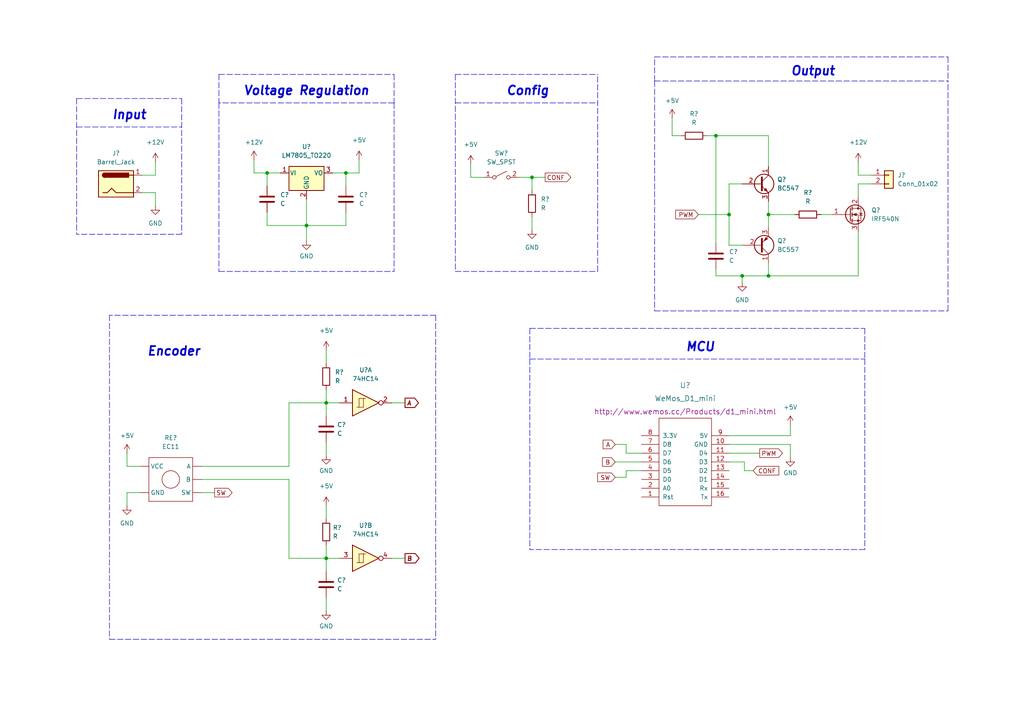
<source format=kicad_sch>
(kicad_sch (version 20211123) (generator eeschema)
  (paper "A4")
  (lib_symbols
    (symbol "74xx:74HC14" (pin_names (offset 1.016))
      (property "Reference" "U" (at 0 1.27 0))
      (property "Value" "74HC14" (at 0 -1.27 0))
      (symbol "74HC14_1_0"
        (polyline (pts (xy -3.81 3.81) (xy -3.81 -3.81) (xy 3.81 0) (xy -3.81 3.81)) (stroke (width 0.254)) (fill (type background)))
        (pin input line (at -7.62 0 0) (length 3.81) (name "~") (number "1"))
        (pin output inverted (at 7.62 0 180) (length 3.81) (name "~") (number "2"))
      )
      (symbol "74HC14_1_1"
        (polyline (pts (xy -1.905 -1.27) (xy -1.905 1.27) (xy -0.635 1.27)))
        (polyline (pts (xy -2.54 -1.27) (xy -0.635 -1.27) (xy -0.635 1.27) (xy 0 1.27)))
      )
      (symbol "74HC14_2_0"
        (polyline (pts (xy -3.81 3.81) (xy -3.81 -3.81) (xy 3.81 0) (xy -3.81 3.81)) (stroke (width 0.254)) (fill (type background)))
        (pin input line (at -7.62 0 0) (length 3.81) (name "~") (number "3"))
        (pin output inverted (at 7.62 0 180) (length 3.81) (name "~") (number "4"))
      )
      (symbol "74HC14_2_1"
        (polyline (pts (xy -1.905 -1.27) (xy -1.905 1.27) (xy -0.635 1.27)))
        (polyline (pts (xy -2.54 -1.27) (xy -0.635 -1.27) (xy -0.635 1.27) (xy 0 1.27)))
      )
      (symbol "74HC14_3_0"
        (polyline (pts (xy -3.81 3.81) (xy -3.81 -3.81) (xy 3.81 0) (xy -3.81 3.81)) (stroke (width 0.254)) (fill (type background)))
        (pin input line (at -7.62 0 0) (length 3.81) (name "~") (number "5"))
        (pin output inverted (at 7.62 0 180) (length 3.81) (name "~") (number "6"))
      )
      (symbol "74HC14_3_1"
        (polyline (pts (xy -1.905 -1.27) (xy -1.905 1.27) (xy -0.635 1.27)))
        (polyline (pts (xy -2.54 -1.27) (xy -0.635 -1.27) (xy -0.635 1.27) (xy 0 1.27)))
      )
      (symbol "74HC14_4_0"
        (polyline (pts (xy -3.81 3.81) (xy -3.81 -3.81) (xy 3.81 0) (xy -3.81 3.81)) (stroke (width 0.254)) (fill (type background)))
        (pin output inverted (at 7.62 0 180) (length 3.81) (name "~") (number "8"))
        (pin input line (at -7.62 0 0) (length 3.81) (name "~") (number "9"))
      )
      (symbol "74HC14_4_1"
        (polyline (pts (xy -1.905 -1.27) (xy -1.905 1.27) (xy -0.635 1.27)))
        (polyline (pts (xy -2.54 -1.27) (xy -0.635 -1.27) (xy -0.635 1.27) (xy 0 1.27)))
      )
      (symbol "74HC14_5_0"
        (polyline (pts (xy -3.81 3.81) (xy -3.81 -3.81) (xy 3.81 0) (xy -3.81 3.81)) (stroke (width 0.254)) (fill (type background)))
        (pin output inverted (at 7.62 0 180) (length 3.81) (name "~") (number "10"))
        (pin input line (at -7.62 0 0) (length 3.81) (name "~") (number "11"))
      )
      (symbol "74HC14_5_1"
        (polyline (pts (xy -1.905 -1.27) (xy -1.905 1.27) (xy -0.635 1.27)))
        (polyline (pts (xy -2.54 -1.27) (xy -0.635 -1.27) (xy -0.635 1.27) (xy 0 1.27)))
      )
      (symbol "74HC14_6_0"
        (polyline (pts (xy -3.81 3.81) (xy -3.81 -3.81) (xy 3.81 0) (xy -3.81 3.81)) (stroke (width 0.254)) (fill (type background)))
        (pin output inverted (at 7.62 0 180) (length 3.81) (name "~") (number "12"))
        (pin input line (at -7.62 0 0) (length 3.81) (name "~") (number "13"))
      )
      (symbol "74HC14_6_1"
        (polyline (pts (xy -1.905 -1.27) (xy -1.905 1.27) (xy -0.635 1.27)))
        (polyline (pts (xy -2.54 -1.27) (xy -0.635 -1.27) (xy -0.635 1.27) (xy 0 1.27)))
      )
      (symbol "74HC14_7_0"
        (pin power_in line (at 0 12.7 270) (length 5.08) (name "VCC") (number "14"))
        (pin power_in line (at 0 -12.7 90) (length 5.08) (name "GND") (number "7"))
      )
      (symbol "74HC14_7_1"
        (rectangle (start -5.08 7.62) (end 5.08 -7.62) (stroke (width 0.254)) (fill (type background)))
      )
    )
    (symbol "Connector:Barrel_Jack" (pin_names (offset 1.016))
      (property "Reference" "J" (at 0 5.334 0))
      (property "Value" "Barrel_Jack" (at 0 -5.08 0))
      (symbol "Barrel_Jack_0_1"
        (rectangle (start -5.08 3.81) (end 5.08 -3.81) (stroke (width 0.254)) (fill (type background)))
        (arc (start -3.302 3.175) (mid -3.937 2.54) (end -3.302 1.905) (stroke (width 0.254)))
        (arc (start -3.302 3.175) (mid -3.937 2.54) (end -3.302 1.905) (stroke (width 0.254)) (fill (type outline)))
        (polyline (pts (xy 5.08 2.54) (xy 3.81 2.54)) (stroke (width 0.254)))
        (polyline (pts (xy -3.81 -2.54) (xy -2.54 -2.54) (xy -1.27 -1.27) (xy 0 -2.54) (xy 2.54 -2.54) (xy 5.08 -2.54)) (stroke (width 0.254)))
        (rectangle (start 3.683 3.175) (end -3.302 1.905) (stroke (width 0.254)) (fill (type outline)))
      )
      (symbol "Barrel_Jack_1_1"
        (pin passive line (at 7.62 2.54 180) (length 2.54) (name "~") (number "1"))
        (pin passive line (at 7.62 -2.54 180) (length 2.54) (name "~") (number "2"))
      )
    )
    (symbol "Connector_Generic:Conn_01x02" (pin_names (offset 1.016) hide)
      (property "Reference" "J" (at 0 2.54 0))
      (property "Value" "Conn_01x02" (at 0 -5.08 0))
      (symbol "Conn_01x02_1_1"
        (rectangle (start -1.27 -2.413) (end 0 -2.667) (stroke (width 0.1524)))
        (rectangle (start -1.27 0.127) (end 0 -0.127) (stroke (width 0.1524)))
        (rectangle (start -1.27 1.27) (end 1.27 -3.81) (stroke (width 0.254)) (fill (type background)))
        (pin passive line (at -5.08 0 0) (length 3.81) (name "Pin_1") (number "1"))
        (pin passive line (at -5.08 -2.54 0) (length 3.81) (name "Pin_2") (number "2"))
      )
    )
    (symbol "Creadas:EC11"
      (property "Reference" "RE" (at 0 -7.62 0))
      (property "Value" "EC11" (at 0 7.62 0))
      (symbol "EC11_0_1"
        (polyline (pts (xy -6.35 6.35) (xy -6.35 -6.35) (xy 6.35 -6.35) (xy 6.35 6.35) (xy -6.35 6.35)))
        (circle (center 0 0) (radius 2.54))
      )
      (symbol "EC11_1_1"
        (pin output line (at 8.89 3.81 180) (length 2.54) (name "A") (number ""))
        (pin output line (at 8.89 0 180) (length 2.54) (name "B") (number ""))
        (pin input line (at -8.89 -3.81 0) (length 2.54) (name "GND") (number ""))
        (pin output line (at 8.89 -3.81 180) (length 2.54) (name "SW") (number ""))
        (pin input line (at -8.89 3.81 0) (length 2.54) (name "VCC") (number ""))
      )
    )
    (symbol "Creadas:WeMos_D1_mini" (pin_names (offset 1.016))
      (property "Reference" "U" (at 0 12.7 0))
      (property "Value" "WeMos_D1_mini" (at 0 -12.7 0))
      (property "Datasheet" "http://www.wemos.cc/Products/d1_mini.html" (at 13.97 -17.78 0))
      (symbol "WeMos_D1_mini_0_1"
        (rectangle (start -7.62 11.43) (end 7.62 -13.97))
      )
      (symbol "WeMos_D1_mini_1_1"
        (pin bidirectional line (at -12.7 8.89 0) (length 5.08) (name "Rst") (number "1"))
        (pin power_in line (at 12.7 -6.35 180) (length 5.08) (name "GND") (number "10"))
        (pin bidirectional line (at 12.7 -3.81 180) (length 5.08) (name "D4") (number "11"))
        (pin bidirectional line (at 12.7 -1.27 180) (length 5.08) (name "D3") (number "12"))
        (pin bidirectional line (at 12.7 1.27 180) (length 5.08) (name "D2") (number "13"))
        (pin bidirectional line (at 12.7 3.81 180) (length 5.08) (name "D1") (number "14"))
        (pin bidirectional line (at 12.7 6.35 180) (length 5.08) (name "Rx") (number "15"))
        (pin bidirectional line (at 12.7 8.89 180) (length 5.08) (name "Tx") (number "16"))
        (pin bidirectional line (at -12.7 6.35 0) (length 5.08) (name "A0") (number "2"))
        (pin bidirectional line (at -12.7 3.81 0) (length 5.08) (name "D0") (number "3"))
        (pin bidirectional line (at -12.7 1.27 0) (length 5.08) (name "D5") (number "4"))
        (pin bidirectional line (at -12.7 -1.27 0) (length 5.08) (name "D6") (number "5"))
        (pin bidirectional line (at -12.7 -3.81 0) (length 5.08) (name "D7") (number "6"))
        (pin bidirectional line (at -12.7 -6.35 0) (length 5.08) (name "D8") (number "7"))
        (pin power_out line (at -12.7 -8.89 0) (length 5.08) (name "3.3V") (number "8"))
        (pin power_in line (at 12.7 -8.89 180) (length 5.08) (name "5V") (number "9"))
      )
    )
    (symbol "Device:C" (pin_numbers hide) (pin_names (offset 0.254))
      (property "Reference" "C" (at 0.635 2.54 0))
      (property "Value" "C" (at 0.635 -2.54 0))
      (symbol "C_0_1"
        (polyline (pts (xy -2.032 -0.762) (xy 2.032 -0.762)) (stroke (width 0.508)))
        (polyline (pts (xy -2.032 0.762) (xy 2.032 0.762)) (stroke (width 0.508)))
      )
      (symbol "C_1_1"
        (pin passive line (at 0 3.81 270) (length 2.794) (name "~") (number "1"))
        (pin passive line (at 0 -3.81 90) (length 2.794) (name "~") (number "2"))
      )
    )
    (symbol "Device:R" (pin_numbers hide) (pin_names (offset 0))
      (property "Reference" "R" (at 2.032 0 90))
      (property "Value" "R" (at 0 0 90))
      (symbol "R_0_1"
        (rectangle (start -1.016 -2.54) (end 1.016 2.54) (stroke (width 0.254)))
      )
      (symbol "R_1_1"
        (pin passive line (at 0 3.81 270) (length 1.27) (name "~") (number "1"))
        (pin passive line (at 0 -3.81 90) (length 1.27) (name "~") (number "2"))
      )
    )
    (symbol "Regulator_Linear:LM7805_TO220" (pin_names (offset 0.254))
      (property "Reference" "U" (at -3.81 3.175 0))
      (property "Value" "LM7805_TO220" (at 0 3.175 0))
      (symbol "LM7805_TO220_0_1"
        (rectangle (start -5.08 1.905) (end 5.08 -5.08) (stroke (width 0.254)) (fill (type background)))
      )
      (symbol "LM7805_TO220_1_1"
        (pin power_in line (at -7.62 0 0) (length 2.54) (name "VI") (number "1"))
        (pin power_in line (at 0 -7.62 90) (length 2.54) (name "GND") (number "2"))
        (pin power_out line (at 7.62 0 180) (length 2.54) (name "VO") (number "3"))
      )
    )
    (symbol "Switch:SW_SPST" (pin_names (offset 0) hide)
      (property "Reference" "SW" (at 0 3.175 0))
      (property "Value" "SW_SPST" (at 0 -2.54 0))
      (symbol "SW_SPST_0_0"
        (circle (center -2.032 0) (radius 0.508))
        (polyline (pts (xy -1.524 0.254) (xy 1.524 1.778)))
        (circle (center 2.032 0) (radius 0.508))
      )
      (symbol "SW_SPST_1_1"
        (pin passive line (at -5.08 0 0) (length 2.54) (name "A") (number "1"))
        (pin passive line (at 5.08 0 180) (length 2.54) (name "B") (number "2"))
      )
    )
    (symbol "Transistor_BJT:BC547" (pin_names (offset 0) hide)
      (property "Reference" "Q" (at 5.08 1.905 0))
      (property "Value" "BC547" (at 5.08 0 0))
      (symbol "BC547_0_1"
        (polyline (pts (xy 0 0) (xy 0.635 0)))
        (polyline (pts (xy 0.635 0.635) (xy 2.54 2.54)))
        (polyline (pts (xy 0.635 -0.635) (xy 2.54 -2.54) (xy 2.54 -2.54)))
        (polyline (pts (xy 0.635 1.905) (xy 0.635 -1.905) (xy 0.635 -1.905)) (stroke (width 0.508)))
        (polyline (pts (xy 1.27 -1.778) (xy 1.778 -1.27) (xy 2.286 -2.286) (xy 1.27 -1.778) (xy 1.27 -1.778)) (fill (type outline)))
        (circle (center 1.27 0) (radius 2.8194) (stroke (width 0.254)))
      )
      (symbol "BC547_1_1"
        (pin passive line (at 2.54 5.08 270) (length 2.54) (name "C") (number "1"))
        (pin input line (at -5.08 0 0) (length 5.08) (name "B") (number "2"))
        (pin passive line (at 2.54 -5.08 90) (length 2.54) (name "E") (number "3"))
      )
    )
    (symbol "Transistor_BJT:BC557" (pin_names (offset 0) hide)
      (property "Reference" "Q" (at 5.08 1.905 0))
      (property "Value" "BC557" (at 5.08 0 0))
      (symbol "BC557_0_1"
        (polyline (pts (xy 0.635 0.635) (xy 2.54 2.54)))
        (polyline (pts (xy 0.635 -0.635) (xy 2.54 -2.54) (xy 2.54 -2.54)))
        (polyline (pts (xy 0.635 1.905) (xy 0.635 -1.905) (xy 0.635 -1.905)) (stroke (width 0.508)))
        (polyline (pts (xy 2.286 -1.778) (xy 1.778 -2.286) (xy 1.27 -1.27) (xy 2.286 -1.778) (xy 2.286 -1.778)) (fill (type outline)))
        (circle (center 1.27 0) (radius 2.8194) (stroke (width 0.254)))
      )
      (symbol "BC557_1_1"
        (pin passive line (at 2.54 5.08 270) (length 2.54) (name "C") (number "1"))
        (pin input line (at -5.08 0 0) (length 5.715) (name "B") (number "2"))
        (pin passive line (at 2.54 -5.08 90) (length 2.54) (name "E") (number "3"))
      )
    )
    (symbol "Transistor_FET:IRF540N" (pin_names hide)
      (property "Reference" "Q" (at 6.35 1.905 0))
      (property "Value" "IRF540N" (at 6.35 0 0))
      (symbol "IRF540N_0_1"
        (polyline (pts (xy 0.254 0) (xy -2.54 0)))
        (polyline (pts (xy 0.254 1.905) (xy 0.254 -1.905)) (stroke (width 0.254)))
        (polyline (pts (xy 0.762 -1.27) (xy 0.762 -2.286)) (stroke (width 0.254)))
        (polyline (pts (xy 0.762 0.508) (xy 0.762 -0.508)) (stroke (width 0.254)))
        (polyline (pts (xy 0.762 2.286) (xy 0.762 1.27)) (stroke (width 0.254)))
        (polyline (pts (xy 2.54 2.54) (xy 2.54 1.778)))
        (polyline (pts (xy 2.54 -2.54) (xy 2.54 0) (xy 0.762 0)))
        (polyline (pts (xy 0.762 -1.778) (xy 3.302 -1.778) (xy 3.302 1.778) (xy 0.762 1.778)))
        (polyline (pts (xy 1.016 0) (xy 2.032 0.381) (xy 2.032 -0.381) (xy 1.016 0)) (fill (type outline)))
        (polyline (pts (xy 2.794 0.508) (xy 2.921 0.381) (xy 3.683 0.381) (xy 3.81 0.254)))
        (polyline (pts (xy 3.302 0.381) (xy 2.921 -0.254) (xy 3.683 -0.254) (xy 3.302 0.381)))
        (circle (center 1.651 0) (radius 2.794) (stroke (width 0.254)))
        (circle (center 2.54 -1.778) (radius 0.254) (fill (type outline)))
        (circle (center 2.54 1.778) (radius 0.254) (fill (type outline)))
      )
      (symbol "IRF540N_1_1"
        (pin input line (at -5.08 0 0) (length 2.54) (name "G") (number "1"))
        (pin passive line (at 2.54 5.08 270) (length 2.54) (name "D") (number "2"))
        (pin passive line (at 2.54 -5.08 90) (length 2.54) (name "S") (number "3"))
      )
    )
    (symbol "power:+12V" (power) (pin_names (offset 0))
      (property "Value" "+12V" (at 0 3.556 0))
      (symbol "+12V_0_1"
        (polyline (pts (xy -0.762 1.27) (xy 0 2.54)))
        (polyline (pts (xy 0 0) (xy 0 2.54)))
        (polyline (pts (xy 0 2.54) (xy 0.762 1.27)))
      )
      (symbol "+12V_1_1"
        (pin power_in line (at 0 0 90) (length 0) hide (name "+12V") (number "1"))
      )
    )
    (symbol "power:+5V" (power) (pin_names (offset 0))
      (property "Value" "+5V" (at 0 3.556 0))
      (symbol "+5V_0_1"
        (polyline (pts (xy -0.762 1.27) (xy 0 2.54)))
        (polyline (pts (xy 0 0) (xy 0 2.54)))
        (polyline (pts (xy 0 2.54) (xy 0.762 1.27)))
      )
      (symbol "+5V_1_1"
        (pin power_in line (at 0 0 90) (length 0) hide (name "+5V") (number "1"))
      )
    )
    (symbol "power:GND" (power) (pin_names (offset 0))
      (property "Value" "GND" (at 0 -3.81 0))
      (symbol "GND_0_1"
        (polyline (pts (xy 0 0) (xy 0 -1.27) (xy 1.27 -1.27) (xy 0 -2.54) (xy -1.27 -1.27) (xy 0 -1.27)))
      )
      (symbol "GND_1_1"
        (pin power_in line (at 0 0 270) (length 0) hide (name "GND") (number "1"))
      )
    )
  )
  (junction (at 154.305 51.435))
  (junction (at 222.885 62.23))
  (junction (at 88.9 65.405))
  (junction (at 94.615 161.925))
  (junction (at 211.455 62.23))
  (junction (at 77.47 50.165))
  (junction (at 100.33 50.165))
  (junction (at 94.615 116.84))
  (junction (at 215.265 80.01))
  (junction (at 207.645 39.37))
  (junction (at 222.885 80.01))
  (wire (pts (xy 207.645 78.105) (xy 207.645 80.01)))
  (wire (pts (xy 94.615 128.27) (xy 94.615 132.08)))
  (wire (pts (xy 94.615 116.84) (xy 94.615 120.65)))
  (wire (pts (xy 207.645 80.01) (xy 215.265 80.01)))
  (wire (pts (xy 218.44 136.525) (xy 215.9 136.525)))
  (wire (pts (xy 186.055 136.525) (xy 181.61 136.525)))
  (polyline (pts (xy 274.955 16.51) (xy 274.955 23.495)))
  (wire (pts (xy 88.9 65.405) (xy 88.9 69.85)))
  (wire (pts (xy 248.92 67.31) (xy 248.92 80.01)))
  (polyline (pts (xy 189.865 23.495) (xy 189.865 16.51)))
  (wire (pts (xy 77.47 65.405) (xy 77.47 61.595)))
  (polyline (pts (xy 63.5 29.845) (xy 63.5 78.74)))
  (polyline (pts (xy 189.865 23.495) (xy 274.955 23.495)))
  (wire (pts (xy 81.28 50.165) (xy 77.47 50.165)))
  (wire (pts (xy 215.265 53.34) (xy 211.455 53.34)))
  (wire (pts (xy 150.495 51.435) (xy 154.305 51.435)))
  (wire (pts (xy 205.105 39.37) (xy 207.645 39.37)))
  (wire (pts (xy 222.885 39.37) (xy 222.885 48.26)))
  (wire (pts (xy 40.64 142.875) (xy 36.83 142.875)))
  (wire (pts (xy 136.525 51.435) (xy 140.335 51.435)))
  (wire (pts (xy 211.455 126.365) (xy 229.235 126.365)))
  (wire (pts (xy 41.275 55.88) (xy 45.085 55.88)))
  (wire (pts (xy 100.33 50.165) (xy 100.33 53.975)))
  (wire (pts (xy 248.92 80.01) (xy 222.885 80.01)))
  (wire (pts (xy 211.455 131.445) (xy 220.345 131.445)))
  (polyline (pts (xy 153.67 104.14) (xy 153.67 159.385)))
  (polyline (pts (xy 22.225 36.83) (xy 52.705 36.83)))
  (wire (pts (xy 73.66 46.355) (xy 73.66 50.165)))
  (polyline (pts (xy 153.67 104.14) (xy 250.825 104.14)))
  (wire (pts (xy 88.9 65.405) (xy 77.47 65.405)))
  (polyline (pts (xy 114.3 29.845) (xy 114.3 78.74)))
  (wire (pts (xy 194.945 34.29) (xy 194.945 39.37)))
  (polyline (pts (xy 114.3 21.59) (xy 114.3 29.845)))
  (polyline (pts (xy 132.08 21.59) (xy 173.355 21.59)))
  (wire (pts (xy 181.61 131.445) (xy 181.61 128.905)))
  (wire (pts (xy 88.9 57.785) (xy 88.9 65.405)))
  (wire (pts (xy 94.615 161.925) (xy 94.615 165.735)))
  (polyline (pts (xy 63.5 78.74) (xy 114.3 78.74)))
  (wire (pts (xy 202.565 62.23) (xy 211.455 62.23)))
  (wire (pts (xy 136.525 47.625) (xy 136.525 51.435)))
  (wire (pts (xy 83.82 161.925) (xy 94.615 161.925)))
  (wire (pts (xy 36.83 131.445) (xy 36.83 135.255)))
  (wire (pts (xy 248.92 46.99) (xy 248.92 50.8)))
  (polyline (pts (xy 153.67 95.25) (xy 250.825 95.25)))
  (wire (pts (xy 94.615 101.6) (xy 94.615 105.41)))
  (polyline (pts (xy 132.08 78.74) (xy 173.355 78.74)))
  (polyline (pts (xy 31.75 185.42) (xy 126.365 185.42)))
  (wire (pts (xy 94.615 116.84) (xy 98.425 116.84)))
  (wire (pts (xy 58.42 135.255) (xy 83.82 135.255)))
  (polyline (pts (xy 189.865 23.495) (xy 189.865 90.17)))
  (wire (pts (xy 83.82 116.84) (xy 94.615 116.84)))
  (wire (pts (xy 83.82 135.255) (xy 83.82 116.84)))
  (polyline (pts (xy 63.5 21.59) (xy 114.3 21.59)))
  (wire (pts (xy 215.9 136.525) (xy 215.9 133.985)))
  (wire (pts (xy 248.92 50.8) (xy 252.73 50.8)))
  (polyline (pts (xy 126.365 91.44) (xy 126.365 185.42)))
  (polyline (pts (xy 22.225 28.575) (xy 22.225 67.945)))
  (polyline (pts (xy 31.75 91.44) (xy 31.75 185.42)))
  (polyline (pts (xy 250.825 159.385) (xy 153.67 159.385)))
  (wire (pts (xy 94.615 173.355) (xy 94.615 177.165)))
  (wire (pts (xy 222.885 58.42) (xy 222.885 62.23)))
  (wire (pts (xy 211.455 53.34) (xy 211.455 62.23)))
  (wire (pts (xy 252.73 53.34) (xy 248.92 53.34)))
  (polyline (pts (xy 22.225 28.575) (xy 52.705 28.575)))
  (wire (pts (xy 211.455 71.12) (xy 215.265 71.12)))
  (wire (pts (xy 36.83 142.875) (xy 36.83 146.685)))
  (polyline (pts (xy 250.825 95.25) (xy 250.825 104.14)))
  (wire (pts (xy 45.085 46.99) (xy 45.085 50.8)))
  (polyline (pts (xy 189.865 90.17) (xy 274.955 90.17)))
  (wire (pts (xy 178.435 133.985) (xy 186.055 133.985)))
  (wire (pts (xy 181.61 136.525) (xy 181.61 138.43)))
  (wire (pts (xy 181.61 128.905) (xy 178.435 128.905)))
  (wire (pts (xy 215.9 133.985) (xy 211.455 133.985)))
  (polyline (pts (xy 173.355 78.74) (xy 173.355 21.59)))
  (wire (pts (xy 194.945 39.37) (xy 197.485 39.37)))
  (polyline (pts (xy 153.67 95.25) (xy 153.67 104.14)))
  (wire (pts (xy 154.305 51.435) (xy 158.115 51.435)))
  (polyline (pts (xy 189.865 16.51) (xy 274.955 16.51)))
  (wire (pts (xy 238.125 62.23) (xy 241.3 62.23)))
  (wire (pts (xy 94.615 161.925) (xy 94.615 158.115)))
  (wire (pts (xy 100.33 65.405) (xy 88.9 65.405)))
  (wire (pts (xy 45.085 55.88) (xy 45.085 59.69)))
  (wire (pts (xy 222.885 80.01) (xy 222.885 76.2)))
  (polyline (pts (xy 63.5 21.59) (xy 63.5 29.845)))
  (wire (pts (xy 45.085 50.8) (xy 41.275 50.8)))
  (polyline (pts (xy 126.365 91.44) (xy 31.75 91.44)))
  (wire (pts (xy 154.305 51.435) (xy 154.305 55.245)))
  (polyline (pts (xy 52.705 67.945) (xy 22.225 67.945)))
  (wire (pts (xy 207.645 39.37) (xy 222.885 39.37)))
  (wire (pts (xy 96.52 50.165) (xy 100.33 50.165)))
  (wire (pts (xy 98.425 161.925) (xy 94.615 161.925)))
  (polyline (pts (xy 274.955 90.17) (xy 274.955 23.495)))
  (wire (pts (xy 229.235 128.905) (xy 229.235 132.715)))
  (wire (pts (xy 215.265 80.01) (xy 215.265 81.915)))
  (wire (pts (xy 36.83 135.255) (xy 40.64 135.255)))
  (polyline (pts (xy 250.825 104.14) (xy 250.825 159.385)))
  (polyline (pts (xy 132.08 21.59) (xy 132.08 78.74)))
  (wire (pts (xy 181.61 138.43) (xy 178.435 138.43)))
  (wire (pts (xy 104.14 46.355) (xy 104.14 50.165)))
  (wire (pts (xy 83.82 139.065) (xy 83.82 161.925)))
  (polyline (pts (xy 52.705 28.575) (xy 52.705 67.945)))
  (wire (pts (xy 207.645 39.37) (xy 207.645 70.485)))
  (wire (pts (xy 100.33 50.165) (xy 104.14 50.165)))
  (wire (pts (xy 113.665 116.84) (xy 117.475 116.84)))
  (wire (pts (xy 215.265 80.01) (xy 222.885 80.01)))
  (wire (pts (xy 100.33 61.595) (xy 100.33 65.405)))
  (wire (pts (xy 58.42 139.065) (xy 83.82 139.065)))
  (wire (pts (xy 58.42 142.875) (xy 62.23 142.875)))
  (wire (pts (xy 248.92 53.34) (xy 248.92 57.15)))
  (wire (pts (xy 211.455 62.23) (xy 211.455 71.12)))
  (wire (pts (xy 186.055 131.445) (xy 181.61 131.445)))
  (polyline (pts (xy 132.08 29.845) (xy 173.355 29.845)))
  (wire (pts (xy 222.885 62.23) (xy 222.885 66.04)))
  (wire (pts (xy 113.665 161.925) (xy 117.475 161.925)))
  (polyline (pts (xy 114.3 29.845) (xy 63.5 29.845)))
  (wire (pts (xy 94.615 113.03) (xy 94.615 116.84)))
  (wire (pts (xy 77.47 50.165) (xy 73.66 50.165)))
  (wire (pts (xy 154.305 62.865) (xy 154.305 66.675)))
  (wire (pts (xy 94.615 146.685) (xy 94.615 150.495)))
  (wire (pts (xy 77.47 50.165) (xy 77.47 53.975)))
  (wire (pts (xy 229.235 126.365) (xy 229.235 123.19)))
  (wire (pts (xy 211.455 128.905) (xy 229.235 128.905)))
  (wire (pts (xy 222.885 62.23) (xy 230.505 62.23)))
  (text "Encoder" (at 42.545 103.505 0) (effects (font (size 2.54 2.54) (thickness 0.508) bold italic) (justify left bottom)))
  (text "Voltage Regulation" (at 70.485 27.94 0) (effects (font (size 2.54 2.54) bold italic) (justify left bottom)))
  (text "Input\n" (at 32.385 34.925 0) (effects (font (size 2.54 2.54) bold italic) (justify left bottom)))
  (text "Config" (at 146.685 27.94 0) (effects (font (size 2.54 2.54) (thickness 0.508) bold italic) (justify left bottom)))
  (text "MCU" (at 198.755 102.235 0) (effects (font (size 2.54 2.54) bold italic) (justify left bottom)))
  (text "Output" (at 229.235 22.225 0) (effects (font (size 2.54 2.54) (thickness 0.508) bold italic) (justify left bottom)))
  (global_label "B" (shape input) (at 178.435 133.985 180) (property "Intersheet References" "${INTERSHEET_REFS}" (effects hide)))
  (global_label "SW" (shape output) (at 62.23 142.875 0) (property "Intersheet References" "${INTERSHEET_REFS}" (effects hide)))
  (global_label "B" (shape output) (at 117.475 161.925 0) (effects (font bold italic)) (property "Intersheet References" "${INTERSHEET_REFS}" (effects hide)))
  (global_label "PWM" (shape input) (at 202.565 62.23 180) (property "Intersheet References" "${INTERSHEET_REFS}" (effects hide)))
  (global_label "SW" (shape input) (at 178.435 138.43 180) (property "Intersheet References" "${INTERSHEET_REFS}" (effects hide)))
  (global_label "PWM" (shape output) (at 220.345 131.445 0) (property "Intersheet References" "${INTERSHEET_REFS}" (effects hide)))
  (global_label "A" (shape input) (at 178.435 128.905 180) (property "Intersheet References" "${INTERSHEET_REFS}" (effects hide)))
  (global_label "A" (shape output) (at 117.475 116.84 0) (effects (font bold italic)) (property "Intersheet References" "${INTERSHEET_REFS}" (effects hide)))
  (global_label "CONF" (shape input) (at 218.44 136.525 0) (property "Intersheet References" "${INTERSHEET_REFS}" (effects hide)))
  (global_label "CONF" (shape output) (at 158.115 51.435 0) (property "Intersheet References" "${INTERSHEET_REFS}" (effects hide)))
  (symbol (lib_id "Device:C") (at 94.615 169.545 0) (unit 1)
    (property "Reference" "C?" (at 97.79 168.2749 0) (effects (justify left)))
    (property "Value" "C" (at 97.79 170.8149 0) (effects (justify left)))
  )
  (symbol (lib_id "Device:C") (at 94.615 124.46 0) (unit 1)
    (property "Reference" "C?" (at 97.79 123.1899 0) (effects (justify left)))
    (property "Value" "C" (at 97.79 125.7299 0) (effects (justify left)))
  )
  (symbol (lib_id "Connector_Generic:Conn_01x02") (at 257.81 50.8 0) (unit 1)
    (property "Reference" "J?" (at 260.35 50.7999 0) (effects (justify left)))
    (property "Value" "Conn_01x02" (at 260.35 53.3399 0) (effects (justify left)))
  )
  (symbol (lib_id "Connector:Barrel_Jack") (at 33.655 53.34 0) (unit 1)
    (property "Reference" "J?" (at 33.655 44.45 0))
    (property "Value" "Barrel_Jack" (at 33.655 46.99 0))
  )
  (symbol (lib_id "Creadas:EC11") (at 49.53 139.065 0) (unit 1)
    (property "Reference" "RE?" (at 49.53 127 0))
    (property "Value" "EC11" (at 49.53 129.54 0))
    (property "Footprint" "Creadas:RotaryEncoder_Alps_EC12E-Switch_Vertical_H20mm" (effects hide))
  )
  (symbol (lib_id "Device:R") (at 201.295 39.37 90) (unit 1)
    (property "Reference" "R?" (at 201.295 33.02 90))
    (property "Value" "R" (at 201.295 35.56 90))
  )
  (symbol (lib_id "power:GND") (at 94.615 177.165 0) (unit 1)
    (property "Reference" "#PWR?" (effects hide))
    (property "Value" "GND" (at 94.615 181.61 0))
  )
  (symbol (lib_id "Device:R") (at 234.315 62.23 90) (unit 1)
    (property "Reference" "R?" (at 234.315 55.88 90))
    (property "Value" "R" (at 234.315 58.42 90))
  )
  (symbol (lib_id "74xx:74HC14") (at 106.045 116.84 0) (unit 1)
    (property "Reference" "U?" (at 106.045 107.315 0))
    (property "Value" "74HC14" (at 106.045 109.855 0))
    (property "Datasheet" "http://www.ti.com/lit/gpn/sn74HC14" (effects hide))
  )
  (symbol (lib_id "power:+12V") (at 45.085 46.99 0) (unit 1)
    (property "Reference" "#PWR?" (effects hide))
    (property "Value" "+12V" (at 45.085 41.275 0))
  )
  (symbol (lib_id "power:+12V") (at 73.66 46.355 0) (unit 1)
    (property "Reference" "#PWR?" (effects hide))
    (property "Value" "+12V" (at 73.66 41.275 0))
  )
  (symbol (lib_id "Device:C") (at 100.33 57.785 0) (unit 1)
    (property "Reference" "C?" (at 104.14 56.5149 0) (effects (justify left)))
    (property "Value" "C" (at 104.14 59.0549 0) (effects (justify left)))
  )
  (symbol (lib_id "power:GND") (at 88.9 69.85 0) (unit 1)
    (property "Reference" "#PWR?" (effects hide))
    (property "Value" "GND" (at 88.9 74.295 0))
  )
  (symbol (lib_id "power:GND") (at 229.235 132.715 0) (unit 1)
    (property "Reference" "#PWR?" (effects hide))
    (property "Value" "GND" (at 229.235 137.16 0))
  )
  (symbol (lib_id "Switch:SW_SPST") (at 145.415 51.435 0) (unit 1)
    (property "Reference" "SW?" (at 145.415 44.45 0))
    (property "Value" "SW_SPST" (at 145.415 46.99 0))
  )
  (symbol (lib_id "Creadas:WeMos_D1_mini") (at 198.755 135.255 0) (mirror x) (unit 1)
    (property "Reference" "U?" (at 198.755 111.76 0) (effects (font (size 1.524 1.524))))
    (property "Value" "WeMos_D1_mini" (at 198.755 115.57 0) (effects (font (size 1.524 1.524))))
    (property "Datasheet" "http://www.wemos.cc/Products/d1_mini.html" (at 198.755 119.38 0) (effects (font (size 1.524 1.524))))
  )
  (symbol (lib_id "Device:C") (at 77.47 57.785 0) (unit 1)
    (property "Reference" "C?" (at 81.28 56.5149 0) (effects (justify left)))
    (property "Value" "C" (at 81.28 59.0549 0) (effects (justify left)))
  )
  (symbol (lib_id "power:+5V") (at 229.235 123.19 0) (unit 1)
    (property "Reference" "#PWR?" (effects hide))
    (property "Value" "+5V" (at 229.235 118.11 0))
  )
  (symbol (lib_id "power:+5V") (at 94.615 101.6 0) (unit 1)
    (property "Reference" "#PWR?" (effects hide))
    (property "Value" "+5V" (at 94.615 95.885 0))
  )
  (symbol (lib_id "power:+12V") (at 248.92 46.99 0) (unit 1)
    (property "Reference" "#PWR?" (effects hide))
    (property "Value" "+12V" (at 248.92 41.275 0))
  )
  (symbol (lib_id "power:GND") (at 45.085 59.69 0) (unit 1)
    (property "Reference" "#PWR?" (effects hide))
    (property "Value" "GND" (at 45.085 64.77 0))
  )
  (symbol (lib_id "74xx:74HC14") (at 106.045 161.925 0) (unit 2)
    (property "Reference" "U?" (at 106.045 152.4 0))
    (property "Value" "74HC14" (at 106.045 154.94 0))
    (property "Datasheet" "http://www.ti.com/lit/gpn/sn74HC14" (effects hide))
  )
  (symbol (lib_id "power:+5V") (at 36.83 131.445 0) (unit 1)
    (property "Reference" "#PWR?" (effects hide))
    (property "Value" "+5V" (at 36.83 126.365 0))
  )
  (symbol (lib_id "Device:R") (at 94.615 154.305 0) (unit 1)
    (property "Reference" "R?" (at 96.52 153.0349 0) (effects (justify left)))
    (property "Value" "R" (at 96.52 155.5749 0) (effects (justify left)))
  )
  (symbol (lib_id "power:GND") (at 215.265 81.915 0) (unit 1)
    (property "Reference" "#PWR?" (effects hide))
    (property "Value" "GND" (at 215.265 86.995 0))
  )
  (symbol (lib_id "Device:R") (at 94.615 109.22 0) (unit 1)
    (property "Reference" "R?" (at 97.155 107.9499 0) (effects (justify left)))
    (property "Value" "R" (at 97.155 110.4899 0) (effects (justify left)))
  )
  (symbol (lib_id "power:GND") (at 94.615 132.08 0) (unit 1)
    (property "Reference" "#PWR?" (effects hide))
    (property "Value" "GND" (at 94.615 136.525 0))
  )
  (symbol (lib_id "power:+5V") (at 104.14 46.355 0) (unit 1)
    (property "Reference" "#PWR?" (effects hide))
    (property "Value" "+5V" (at 104.14 40.64 0))
  )
  (symbol (lib_id "Transistor_FET:IRF540N") (at 246.38 62.23 0) (unit 1)
    (property "Reference" "Q?" (at 252.73 60.9599 0) (effects (justify left)))
    (property "Value" "IRF540N" (at 252.73 63.4999 0) (effects (justify left)))
    (property "Footprint" "Package_TO_SOT_THT:TO-220-3_Vertical" (effects hide))
    (property "Datasheet" "http://www.irf.com/product-info/datasheets/data/irf540n.pdf" (effects hide))
  )
  (symbol (lib_id "power:+5V") (at 94.615 146.685 0) (unit 1)
    (property "Reference" "#PWR?" (effects hide))
    (property "Value" "+5V" (at 94.615 140.97 0))
  )
  (symbol (lib_id "power:+5V") (at 194.945 34.29 0) (unit 1)
    (property "Reference" "#PWR?" (effects hide))
    (property "Value" "+5V" (at 194.945 29.21 0))
  )
  (symbol (lib_id "Regulator_Linear:LM7805_TO220") (at 88.9 50.165 0) (unit 1)
    (property "Reference" "U?" (at 88.9 42.545 0))
    (property "Value" "LM7805_TO220" (at 88.9 45.085 0))
    (property "Footprint" "Package_TO_SOT_THT:TO-220-3_Vertical" (effects hide))
    (property "Datasheet" "https://www.onsemi.cn/PowerSolutions/document/MC7800-D.PDF" (effects hide))
  )
  (symbol (lib_id "power:+5V") (at 136.525 47.625 0) (unit 1)
    (property "Reference" "#PWR?" (effects hide))
    (property "Value" "+5V" (at 136.525 41.91 0))
  )
  (symbol (lib_id "power:GND") (at 36.83 146.685 0) (unit 1)
    (property "Reference" "#PWR?" (effects hide))
    (property "Value" "GND" (at 36.83 151.765 0))
  )
  (symbol (lib_id "Transistor_BJT:BC557") (at 220.345 71.12 0) (mirror x) (unit 1)
    (property "Reference" "Q?" (at 225.425 69.8499 0) (effects (justify left)))
    (property "Value" "BC557" (at 225.425 72.3899 0) (effects (justify left)))
    (property "Footprint" "Package_TO_SOT_THT:TO-92_Inline" (effects hide))
    (property "Datasheet" "https://www.onsemi.com/pub/Collateral/BC556BTA-D.pdf" (effects hide))
  )
  (symbol (lib_id "Device:R") (at 154.305 59.055 0) (unit 1)
    (property "Reference" "R?" (at 156.845 57.7849 0) (effects (justify left)))
    (property "Value" "R" (at 156.845 60.3249 0) (effects (justify left)))
  )
  (symbol (lib_id "Device:C") (at 207.645 74.295 0) (unit 1)
    (property "Reference" "C?" (at 211.455 73.0249 0) (effects (justify left)))
    (property "Value" "C" (at 211.455 75.5649 0) (effects (justify left)))
  )
  (symbol (lib_id "Transistor_BJT:BC547") (at 220.345 53.34 0) (unit 1)
    (property "Reference" "Q?" (at 225.425 52.0699 0) (effects (justify left)))
    (property "Value" "BC547" (at 225.425 54.6099 0) (effects (justify left)))
    (property "Footprint" "Package_TO_SOT_THT:TO-92_Inline" (effects hide))
    (property "Datasheet" "https://www.onsemi.com/pub/Collateral/BC550-D.pdf" (effects hide))
  )
  (symbol (lib_id "power:GND") (at 154.305 66.675 0) (unit 1)
    (property "Reference" "#PWR?" (effects hide))
    (property "Value" "GND" (at 154.305 71.755 0))
  )
)
</source>
